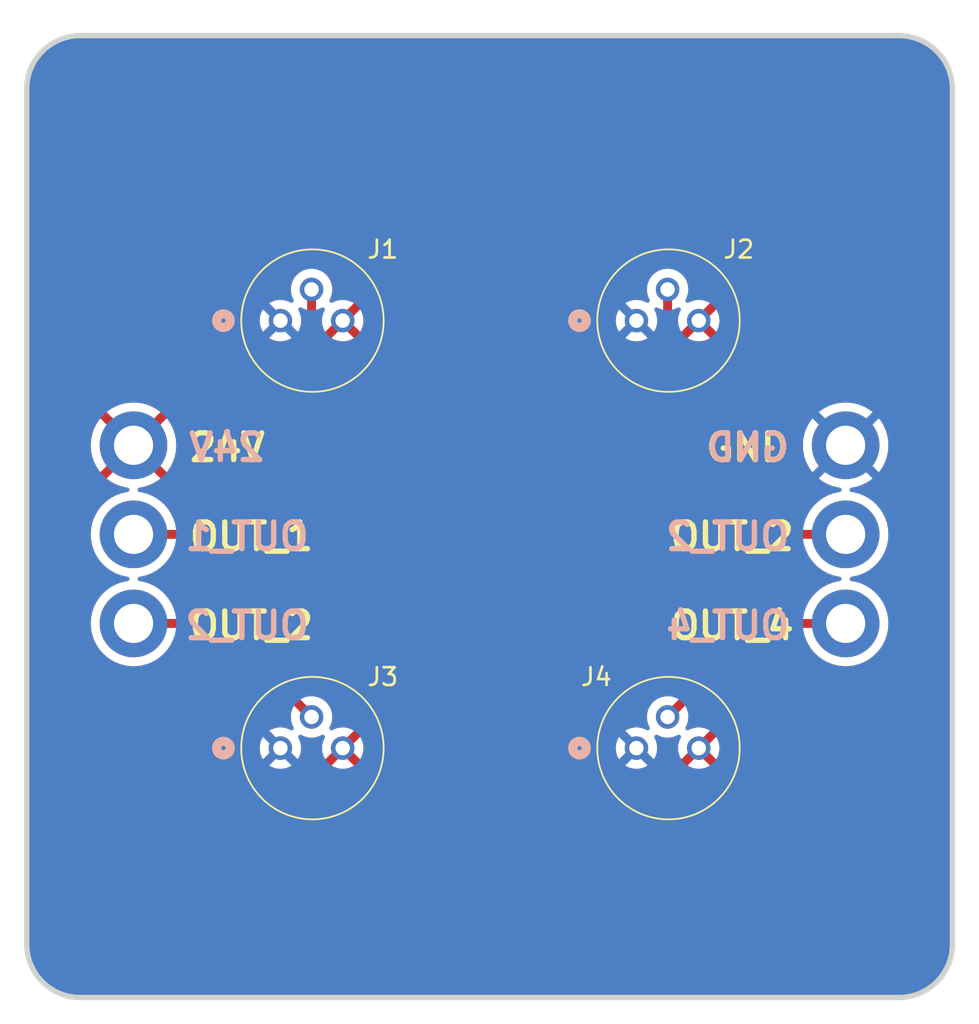
<source format=kicad_pcb>
(kicad_pcb (version 20221018) (generator pcbnew)
  (layers (0 "F.Cu" signal) (31 "B.Cu" signal) (34 "B.Paste" user) (35 "F.Paste" user) (36 "B.SilkS" user "B.Silkscreen") (37 "F.SilkS" user "F.Silkscreen") (38 "B.Mask" user) (39 "F.Mask" user) (44 "Edge.Cuts" user))
  (net 0 "")
  (net 1 "+24V")
  (net 2 "GND")
  (net 3 "/OUT_1")
  (net 4 "/OUT_2")
  (net 5 "/OUT_3")
  (net 6 "/OUT_4")
  (footprint "MountingHole:MountingHole_2.2mm_M2_DIN965_Pad" (layer "F.Cu") (at 196 78.999999 90)
    (fp_text reference "H6" hide)
    (fp_text value "MountingHole_Pad")
    (pad "1" thru_hole circle (at 0 0 90) (size 3.8 3.8) (drill 2.2) (layers "*.Cu" "*.Mask") (net 6 "/OUT_4"))
  )
  (footprint "SAEKI:CONN3_T4043014031-000_TEC" (layer "F.Cu") (at 166 61.999999)
    (fp_text reference "J1" (at 4 -4 unlocked) (layer "F.SilkS"))
    (fp_text value "Conn_01x03_Socket_P123")
    (fp_circle (center -4.95 -0.000001) (end -4.569 -0.000001) (stroke (width 0.508)) (fill none) (layer "B.SilkS"))
    (fp_circle (center -4.95 -0.000001) (end -4.569 -0.000001) (stroke (width 0.508)) (fill none) (layer "F.SilkS"))
    (fp_circle (center 0.05 -0.000001) (end 4.05 -0.000001) (stroke (width 0.1)) (fill none) (layer "F.SilkS"))
    (pad "1" thru_hole circle (at 1.75 0) (size 1.3208 1.3208) (drill 0.8128) (layers "*.Cu" "*.Mask") (net 1 "+24V"))
    (pad "3" thru_hole circle (at -1.75 0) (size 1.3208 1.3208) (drill 0.8128) (layers "*.Cu" "*.Mask") (net 2 "GND"))
    (pad "4" thru_hole circle (at 0 -1.75) (size 1.3208 1.3208) (drill 0.8128) (layers "*.Cu" "*.Mask") (net 3 "/OUT_1"))
  )
  (footprint "SAEKI:CONN3_T4043014031-000_TEC" (layer "F.Cu") (at 166 85.999999)
    (fp_text reference "J3" (at 4 -4 unlocked) (layer "F.SilkS"))
    (fp_text value "Conn_01x03_Socket_P123")
    (fp_circle (center -4.95 -0.000001) (end -4.569 -0.000001) (stroke (width 0.508)) (fill none) (layer "B.SilkS"))
    (fp_circle (center -4.95 -0.000001) (end -4.569 -0.000001) (stroke (width 0.508)) (fill none) (layer "F.SilkS"))
    (fp_circle (center 0.05 -0.000001) (end 4.05 -0.000001) (stroke (width 0.1)) (fill none) (layer "F.SilkS"))
    (pad "1" thru_hole circle (at 1.75 0) (size 1.3208 1.3208) (drill 0.8128) (layers "*.Cu" "*.Mask") (net 1 "+24V"))
    (pad "3" thru_hole circle (at -1.75 0) (size 1.3208 1.3208) (drill 0.8128) (layers "*.Cu" "*.Mask") (net 2 "GND"))
    (pad "4" thru_hole circle (at 0 -1.75) (size 1.3208 1.3208) (drill 0.8128) (layers "*.Cu" "*.Mask") (net 5 "/OUT_3"))
  )
  (footprint "MountingHole:MountingHole_2.2mm_M2_DIN965_Pad" (layer "F.Cu") (at 156 73.999999 90)
    (fp_text reference "H3" hide)
    (fp_text value "MountingHole_Pad")
    (pad "1" thru_hole circle (at 0 0 90) (size 3.8 3.8) (drill 2.2) (layers "*.Cu" "*.Mask") (net 3 "/OUT_1"))
  )
  (footprint "MountingHole:MountingHole_2.2mm_M2_DIN965_Pad" (layer "F.Cu") (at 156 68.999999 90)
    (fp_text reference "H1" hide)
    (fp_text value "MountingHole_Pad")
    (pad "1" thru_hole circle (at 0 0 90) (size 3.8 3.8) (drill 2.2) (layers "*.Cu" "*.Mask") (net 1 "+24V"))
  )
  (footprint "SAEKI:CONN3_T4043014031-000_TEC" (layer "F.Cu") (at 186 61.999999)
    (fp_text reference "J2" (at 4 -4 unlocked) (layer "F.SilkS"))
    (fp_text value "Conn_01x03_Socket_P123")
    (fp_circle (center -4.95 -0.000001) (end -4.569 -0.000001) (stroke (width 0.508)) (fill none) (layer "B.SilkS"))
    (fp_circle (center -4.95 -0.000001) (end -4.569 -0.000001) (stroke (width 0.508)) (fill none) (layer "F.SilkS"))
    (fp_circle (center 0.05 -0.000001) (end 4.05 -0.000001) (stroke (width 0.1)) (fill none) (layer "F.SilkS"))
    (pad "1" thru_hole circle (at 1.75 0) (size 1.3208 1.3208) (drill 0.8128) (layers "*.Cu" "*.Mask") (net 1 "+24V"))
    (pad "3" thru_hole circle (at -1.75 0) (size 1.3208 1.3208) (drill 0.8128) (layers "*.Cu" "*.Mask") (net 2 "GND"))
    (pad "4" thru_hole circle (at 0 -1.75) (size 1.3208 1.3208) (drill 0.8128) (layers "*.Cu" "*.Mask") (net 4 "/OUT_2"))
  )
  (footprint "MountingHole:MountingHole_2.2mm_M2_DIN965_Pad" (layer "F.Cu") (at 196 73.999999 90)
    (fp_text reference "H4" hide)
    (fp_text value "MountingHole_Pad")
    (pad "1" thru_hole circle (at 0 0 90) (size 3.8 3.8) (drill 2.2) (layers "*.Cu" "*.Mask") (net 4 "/OUT_2"))
  )
  (footprint "SAEKI:CONN3_T4043014031-000_TEC" (layer "F.Cu") (at 186 85.999999)
    (fp_text reference "J4" (at -4 -4 unlocked) (layer "F.SilkS"))
    (fp_text value "Conn_01x03_Socket_P123")
    (fp_circle (center -4.95 -0.000001) (end -4.569 -0.000001) (stroke (width 0.508)) (fill none) (layer "B.SilkS"))
    (fp_circle (center -4.95 -0.000001) (end -4.569 -0.000001) (stroke (width 0.508)) (fill none) (layer "F.SilkS"))
    (fp_circle (center 0.05 -0.000001) (end 4.05 -0.000001) (stroke (width 0.1)) (fill none) (layer "F.SilkS"))
    (pad "1" thru_hole circle (at 1.75 0) (size 1.3208 1.3208) (drill 0.8128) (layers "*.Cu" "*.Mask") (net 1 "+24V"))
    (pad "3" thru_hole circle (at -1.75 0) (size 1.3208 1.3208) (drill 0.8128) (layers "*.Cu" "*.Mask") (net 2 "GND"))
    (pad "4" thru_hole circle (at 0 -1.75) (size 1.3208 1.3208) (drill 0.8128) (layers "*.Cu" "*.Mask") (net 6 "/OUT_4"))
  )
  (footprint "MountingHole:MountingHole_2.2mm_M2_DIN965_Pad" (layer "F.Cu") (at 196 68.999999 90)
    (fp_text reference "H2" hide)
    (fp_text value "MountingHole_Pad")
    (pad "1" thru_hole circle (at 0 0 90) (size 3.8 3.8) (drill 2.2) (layers "*.Cu" "*.Mask") (net 2 "GND"))
  )
  (footprint "MountingHole:MountingHole_2.2mm_M2_DIN965_Pad" (layer "F.Cu") (at 156 78.999999 90)
    (fp_text reference "H5" hide)
    (fp_text value "MountingHole_Pad")
    (pad "1" thru_hole circle (at 0 0 90) (size 3.8 3.8) (drill 2.2) (layers "*.Cu" "*.Mask") (net 5 "/OUT_3"))
  )
  (gr_arc (start 199 46) (mid 201.12132 46.87868) (end 202 49) (stroke (width 0.3)) (layer "Edge.Cuts"))
  (gr_arc (start 202 97) (mid 201.12132 99.12132) (end 199 100) (stroke (width 0.3)) (layer "Edge.Cuts"))
  (gr_arc (start 153 100) (mid 150.87868 99.12132) (end 150 97) (stroke (width 0.3)) (layer "Edge.Cuts"))
  (gr_line (start 150 97) (end 150 49) (stroke (width 0.3)) (layer "Edge.Cuts"))
  (gr_line (start 202 49) (end 202 97) (stroke (width 0.3)) (layer "Edge.Cuts"))
  (gr_line (start 153 46) (end 199 46) (stroke (width 0.3)) (layer "Edge.Cuts"))
  (gr_arc (start 150 49) (mid 150.87868 46.87868) (end 153 46) (stroke (width 0.3)) (layer "Edge.Cuts"))
  (gr_line (start 199 100) (end 153 100) (stroke (width 0.3)) (layer "Edge.Cuts"))
  (gr_text "GND" (at 193 69.999999) (layer "B.SilkS") (effects (font (size 1.5 1.5) (thickness 0.3) bold) (justify left bottom mirror)))
  (gr_text "OUT_1\n" (at 166 74.999999) (layer "B.SilkS") (effects (font (size 1.5 1.5) (thickness 0.3) bold) (justify left bottom mirror)))
  (gr_text "OUT_2" (at 193 74.999999) (layer "B.SilkS") (effects (font (size 1.5 1.5) (thickness 0.3) bold) (justify left bottom mirror)))
  (gr_text "OUT_4" (at 193 79.999999) (layer "B.SilkS") (effects (font (size 1.5 1.5) (thickness 0.3) bold) (justify left bottom mirror)))
  (gr_text "24V" (at 163.5 69.999999) (layer "B.SilkS") (effects (font (size 1.5 1.5) (thickness 0.3) bold) (justify left bottom mirror)))
  (gr_text "OUT_2\n" (at 166 79.999999) (layer "B.SilkS") (effects (font (size 1.5 1.5) (thickness 0.3) bold) (justify left bottom mirror)))
  (gr_text "OUT_2\n" (at 159 79.999999) (layer "F.SilkS") (effects (font (size 1.5 1.5) (thickness 0.3) bold) (justify left bottom)))
  (gr_text "GND" (at 188 69.999999) (layer "F.SilkS") (effects (font (size 1.5 1.5) (thickness 0.3) bold) (justify left bottom)))
  (gr_text "OUT_2" (at 186 74.999999) (layer "F.SilkS") (effects (font (size 1.5 1.5) (thickness 0.3) bold) (justify left bottom)))
  (gr_text "OUT_1\n" (at 159 74.999999) (layer "F.SilkS") (effects (font (size 1.5 1.5) (thickness 0.3) bold) (justify left bottom)))
  (gr_text "OUT_4" (at 186 79.999999) (layer "F.SilkS") (effects (font (size 1.5 1.5) (thickness 0.3) bold) (justify left bottom)))
  (gr_text "24V" (at 159 69.999999) (layer "F.SilkS") (effects (font (size 1.5 1.5) (thickness 0.3) bold) (justify left bottom)))
  (segment (start 156 73.999999) (end 158.5 73.999999) (width 0.5) (layer "F.Cu") (net 3))
  (segment (start 166 66.499999) (end 166 60.249999) (width 0.5) (layer "F.Cu") (net 3))
  (segment (start 158.5 73.999999) (end 166 66.499999) (width 0.5) (layer "F.Cu") (net 3))
  (segment (start 193.5 73.999999) (end 186 66.499999) (width 0.5) (layer "F.Cu") (net 4))
  (segment (start 186 66.499999) (end 186 60.249999) (width 0.5) (layer "F.Cu") (net 4))
  (segment (start 196 73.999999) (end 193.5 73.999999) (width 0.5) (layer "F.Cu") (net 4))
  (segment (start 166 84.249999) (end 160.75 78.999999) (width 0.5) (layer "F.Cu") (net 5))
  (segment (start 160.75 78.999999) (end 156 78.999999) (width 0.5) (layer "F.Cu") (net 5))
  (segment (start 191.25 78.999999) (end 186 84.249999) (width 0.5) (layer "F.Cu") (net 6))
  (segment (start 196 78.999999) (end 191.25 78.999999) (width 0.5) (layer "F.Cu") (net 6))
  (zone (net 1) (net_name "+24V") (layer "F.Cu") (connect_pads yes (clearance 0.5)) (min_thickness 0.25) (fill yes (thermal_gap 0.5) (thermal_bridge_width 0.5))
    (polygon (pts (xy 148.5 43.999999) (xy 203.5 43.999999) (xy 203.5 101.499999) (xy 148.5 101.499999)))
  )
  (zone (net 2) (net_name "GND") (layer "B.Cu") (priority 1) (connect_pads yes (clearance 0.5)) (min_thickness 0.25) (fill yes (thermal_gap 0.5) (thermal_bridge_width 0.5))
    (polygon (pts (xy 148.5 43.999999) (xy 203.5 43.999999) (xy 203.5 101.499999) (xy 148.5 101.499999)))
  )
)
</source>
